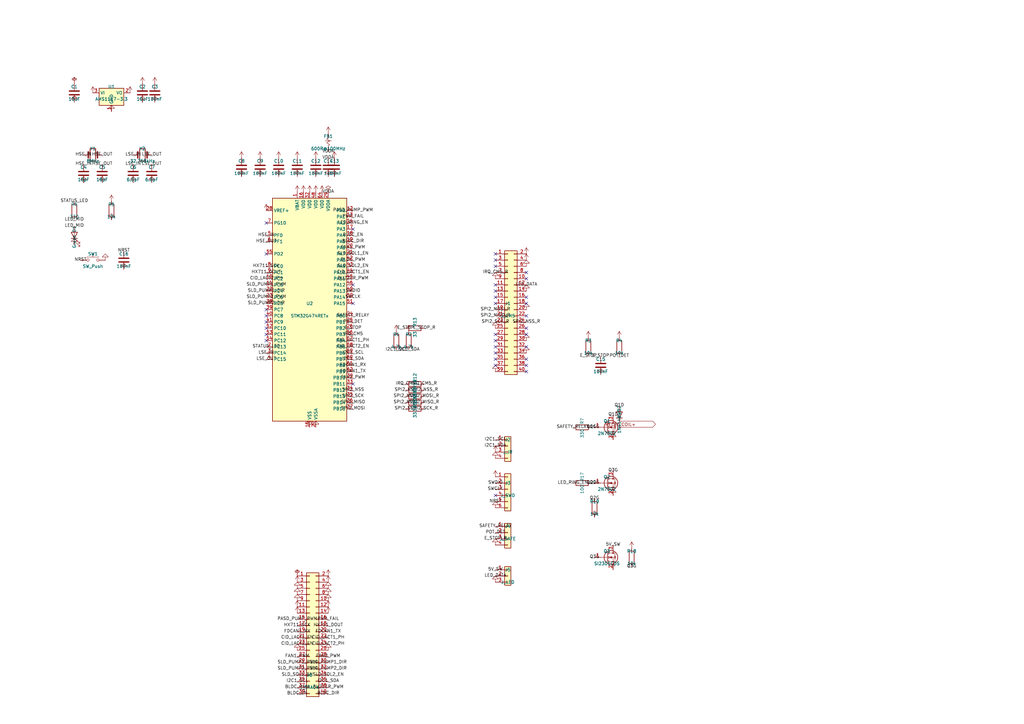
<source format=kicad_sch>
(kicad_sch (version 20250114) (generator "eeschema") (generator_version "9.0")
  (paper "A3")
  (title_block (title "Epicura Controller Board") (date "2026-02-21") (rev "4.1") (company "Epicura / Designed by Cyber_Lord"))
  (lib_symbols
    (symbol "Connector_Generic:Conn_01x02" (pin_names (offset 1.016) (hide yes))
      (property "Reference" "J" (at 0 2.54 0))
      (property "Value" "Conn_01x02" (at 0 -5.08 0))
      (symbol "Conn_01x02_1_1"
        (pin passive line (at -5.08 0 0) (length 3.81) (name "Pin_1") (number "1"))
        (pin passive line (at -5.08 -2.54 0) (length 3.81) (name "Pin_2") (number "2"))
      )
    )
    (symbol "Connector_Generic:Conn_01x03" (pin_names (offset 1.016) (hide yes))
      (property "Reference" "J" (at 0 5.08 0))
      (property "Value" "Conn_01x03" (at 0 -5.08 0))
      (symbol "Conn_01x03_1_1"
        (pin passive line (at -5.08 2.54 0) (length 3.81) (name "Pin_1") (number "1"))
        (pin passive line (at -5.08 0 0) (length 3.81) (name "Pin_2") (number "2"))
        (pin passive line (at -5.08 -2.54 0) (length 3.81) (name "Pin_3") (number "3"))
      )
    )
    (symbol "Connector_Generic:Conn_01x04" (pin_names (offset 1.016) (hide yes))
      (property "Reference" "J" (at 0 5.08 0))
      (property "Value" "Conn_01x04" (at 0 -7.62 0))
      (symbol "Conn_01x04_1_1"
        (pin passive line (at -5.08 2.54 0) (length 3.81) (name "Pin_1") (number "1"))
        (pin passive line (at -5.08 0 0) (length 3.81) (name "Pin_2") (number "2"))
        (pin passive line (at -5.08 -2.54 0) (length 3.81) (name "Pin_3") (number "3"))
        (pin passive line (at -5.08 -5.08 0) (length 3.81) (name "Pin_4") (number "4"))
      )
    )
    (symbol "Connector_Generic:Conn_01x06" (pin_names (offset 1.016) (hide yes))
      (property "Reference" "J" (at 0 7.62 0))
      (property "Value" "Conn_01x06" (at 0 -10.16 0))
      (symbol "Conn_01x06_1_1"
        (pin passive line (at -5.08 5.08 0) (length 3.81) (name "Pin_1") (number "1"))
        (pin passive line (at -5.08 2.54 0) (length 3.81) (name "Pin_2") (number "2"))
        (pin passive line (at -5.08 0 0) (length 3.81) (name "Pin_3") (number "3"))
        (pin passive line (at -5.08 -2.54 0) (length 3.81) (name "Pin_4") (number "4"))
        (pin passive line (at -5.08 -5.08 0) (length 3.81) (name "Pin_5") (number "5"))
        (pin passive line (at -5.08 -7.62 0) (length 3.81) (name "Pin_6") (number "6"))
      )
    )
    (symbol "Connector_Generic:Conn_02x05_Odd_Even" (pin_names (offset 1.02) (hide yes))
      (property "Reference" "J" (at 0 0 0))
      (property "Value" "Conn_02x05" (at 0 -2.54 0))
      (symbol "Conn_02x05_Odd_Even_1_1"
        (pin passive line (at -5.08 5.08 0) (length 3.81) (name "Pin_1") (number "1"))
        (pin passive line (at -5.08 2.54 0) (length 3.81) (name "Pin_3") (number "3"))
        (pin passive line (at -5.08 0 0) (length 3.81) (name "Pin_5") (number "5"))
        (pin passive line (at -5.08 -2.54 0) (length 3.81) (name "Pin_7") (number "7"))
        (pin passive line (at -5.08 -5.08 0) (length 3.81) (name "Pin_9") (number "9"))
        (pin passive line (at 7.62 5.08 180) (length 3.81) (name "Pin_2") (number "2"))
        (pin passive line (at 7.62 2.54 180) (length 3.81) (name "Pin_4") (number "4"))
        (pin passive line (at 7.62 0 180) (length 3.81) (name "Pin_6") (number "6"))
        (pin passive line (at 7.62 -2.54 180) (length 3.81) (name "Pin_8") (number "8"))
        (pin passive line (at 7.62 -5.08 180) (length 3.81) (name "Pin_10") (number "10"))
      )
    )
    (symbol "Connector_Generic:Conn_02x20_Odd_Even" (pin_names (offset 1.016) (hide yes))
      (property "Reference" "J" (at 1.27 25.4 0))
      (property "Value" "Conn_02x20_Odd_Even" (at 1.27 -27.94 0))
      (symbol "Conn_02x20_Odd_Even_1_1"
        (pin passive line (at -5.08 22.86 0) (length 3.81) (name "Pin_1") (number "1"))
        (pin passive line (at -5.08 20.32 0) (length 3.81) (name "Pin_3") (number "3"))
        (pin passive line (at -5.08 17.78 0) (length 3.81) (name "Pin_5") (number "5"))
        (pin passive line (at -5.08 15.24 0) (length 3.81) (name "Pin_7") (number "7"))
        (pin passive line (at -5.08 12.7 0) (length 3.81) (name "Pin_9") (number "9"))
        (pin passive line (at -5.08 10.16 0) (length 3.81) (name "Pin_11") (number "11"))
        (pin passive line (at -5.08 7.62 0) (length 3.81) (name "Pin_13") (number "13"))
        (pin passive line (at -5.08 5.08 0) (length 3.81) (name "Pin_15") (number "15"))
        (pin passive line (at -5.08 2.54 0) (length 3.81) (name "Pin_17") (number "17"))
        (pin passive line (at -5.08 0 0) (length 3.81) (name "Pin_19") (number "19"))
        (pin passive line (at -5.08 -2.54 0) (length 3.81) (name "Pin_21") (number "21"))
        (pin passive line (at -5.08 -5.08 0) (length 3.81) (name "Pin_23") (number "23"))
        (pin passive line (at -5.08 -7.62 0) (length 3.81) (name "Pin_25") (number "25"))
        (pin passive line (at -5.08 -10.16 0) (length 3.81) (name "Pin_27") (number "27"))
        (pin passive line (at -5.08 -12.7 0) (length 3.81) (name "Pin_29") (number "29"))
        (pin passive line (at -5.08 -15.24 0) (length 3.81) (name "Pin_31") (number "31"))
        (pin passive line (at -5.08 -17.78 0) (length 3.81) (name "Pin_33") (number "33"))
        (pin passive line (at -5.08 -20.32 0) (length 3.81) (name "Pin_35") (number "35"))
        (pin passive line (at -5.08 -22.86 0) (length 3.81) (name "Pin_37") (number "37"))
        (pin passive line (at -5.08 -25.4 0) (length 3.81) (name "Pin_39") (number "39"))
        (pin passive line (at 7.62 22.86 180) (length 3.81) (name "Pin_2") (number "2"))
        (pin passive line (at 7.62 20.32 180) (length 3.81) (name "Pin_4") (number "4"))
        (pin passive line (at 7.62 17.78 180) (length 3.81) (name "Pin_6") (number "6"))
        (pin passive line (at 7.62 15.24 180) (length 3.81) (name "Pin_8") (number "8"))
        (pin passive line (at 7.62 12.7 180) (length 3.81) (name "Pin_10") (number "10"))
        (pin passive line (at 7.62 10.16 180) (length 3.81) (name "Pin_12") (number "12"))
        (pin passive line (at 7.62 7.62 180) (length 3.81) (name "Pin_14") (number "14"))
        (pin passive line (at 7.62 5.08 180) (length 3.81) (name "Pin_16") (number "16"))
        (pin passive line (at 7.62 2.54 180) (length 3.81) (name "Pin_18") (number "18"))
        (pin passive line (at 7.62 0 180) (length 3.81) (name "Pin_20") (number "20"))
        (pin passive line (at 7.62 -2.54 180) (length 3.81) (name "Pin_22") (number "22"))
        (pin passive line (at 7.62 -5.08 180) (length 3.81) (name "Pin_24") (number "24"))
        (pin passive line (at 7.62 -7.62 180) (length 3.81) (name "Pin_26") (number "26"))
        (pin passive line (at 7.62 -10.16 180) (length 3.81) (name "Pin_28") (number "28"))
        (pin passive line (at 7.62 -12.7 180) (length 3.81) (name "Pin_30") (number "30"))
        (pin passive line (at 7.62 -15.24 180) (length 3.81) (name "Pin_32") (number "32"))
        (pin passive line (at 7.62 -17.78 180) (length 3.81) (name "Pin_34") (number "34"))
        (pin passive line (at 7.62 -20.32 180) (length 3.81) (name "Pin_36") (number "36"))
        (pin passive line (at 7.62 -22.86 180) (length 3.81) (name "Pin_38") (number "38"))
        (pin passive line (at 7.62 -25.4 180) (length 3.81) (name "Pin_40") (number "40"))
      )
    )
    (symbol "Device:C" (pin_numbers (hide yes)) (pin_names (offset 0.254))
      (property "Reference" "C" (at 0.635 2.54 0))
      (property "Value" "C" (at 0.635 -2.54 0))
      (symbol "C_1_1"
        (pin passive line (at 0 3.81 270) (length 2.794) (name "~") (number "1"))
        (pin passive line (at 0 -3.81 90) (length 2.794) (name "~") (number "2"))
      )
    )
    (symbol "Device:Crystal" (pin_numbers (hide yes)) (pin_names (offset 1.016) (hide yes))
      (property "Reference" "Y" (at 0 3.81 0))
      (property "Value" "Crystal" (at 0 -3.81 0))
      (symbol "Crystal_1_1"
        (pin passive line (at -3.81 0 0) (length 1.27) (name "1") (number "1"))
        (pin passive line (at 3.81 0 180) (length 1.27) (name "2") (number "2"))
      )
    )
    (symbol "Device:FerriteBead" (pin_numbers (hide yes)) (pin_names (offset 1.02) (hide yes))
      (property "Reference" "FB" (at 0 0 0))
      (property "Value" "FerriteBead" (at 0 -2.54 0))
      (symbol "FerriteBead_1_1"
        (pin passive line (at 0 3.81 270) (length 1.27) (name "~") (number "1"))
        (pin passive line (at 0 -3.81 90) (length 1.27) (name "~") (number "2"))
      )
    )
    (symbol "Device:LED" (pin_numbers (hide yes)) (pin_names (offset 1.016) (hide yes))
      (property "Reference" "D" (at 0 2.54 0))
      (property "Value" "LED" (at 0 -2.54 0))
      (symbol "LED_1_1"
        (pin passive line (at -3.81 0 0) (length 2.54) (name "K") (number "1"))
        (pin passive line (at 3.81 0 180) (length 2.54) (name "A") (number "2"))
      )
    )
    (symbol "Device:R" (pin_numbers (hide yes)) (pin_names (offset 0))
      (property "Reference" "R" (at 2.032 0 90))
      (property "Value" "R" (at 0 0 90))
      (symbol "R_1_1"
        (pin passive line (at 0 3.81 270) (length 1.27) (name "~") (number "1"))
        (pin passive line (at 0 -3.81 90) (length 1.27) (name "~") (number "2"))
      )
    )
    (symbol "Diode:1N4148WS" (pin_numbers (hide yes)) (pin_names (hide yes))
      (property "Reference" "D" (at 0 2.54 0))
      (property "Value" "1N4148WS" (at 0 -2.54 0))
      (symbol "1N4148WS_1_1"
        (pin passive line (at -3.81 0 0) (length 2.54) (name "K") (number "1"))
        (pin passive line (at 3.81 0 180) (length 2.54) (name "A") (number "2"))
      )
    )
    (symbol "Interface_CAN_LIN:SN65HVD230" (pin_names (offset 1.016))
      (property "Reference" "U" (at -2.54 10.16 0))
      (property "Value" "SN65HVD230" (at -2.54 7.62 0))
      (symbol "SN65HVD230_1_1"
        (pin input line (at -10.16 2.54 0) (length 2.54) (name "D") (number "1"))
        (pin output line (at -10.16 0 0) (length 2.54) (name "R") (number "4"))
        (pin output line (at -10.16 -2.54 0) (length 2.54) (name "Vref") (number "5"))
        (pin input line (at -10.16 -5.08 0) (length 2.54) (name "Rs") (number "8"))
        (pin power_in line (at 0 7.62 270) (length 2.54) (name "VCC") (number "3"))
        (pin power_in line (at 0 -10.16 90) (length 2.54) (name "GND") (number "2"))
        (pin bidirectional line (at 10.16 0 180) (length 2.54) (name "CANH") (number "7"))
        (pin bidirectional line (at 10.16 -2.54 180) (length 2.54) (name "CANL") (number "6"))
      )
    )
    (symbol "MCU_ST_STM32G4:STM32G474RETx"
      (property "Reference" "U" (at -15.24 46.99 0))
      (property "Value" "STM32G474RETx" (at 10.16 46.99 0))
      (symbol "STM32G474RETx_1_1"
        (pin input line (at -17.78 40.64 0) (length 2.54) (name "VREF+") (number "28"))
        (pin bidirectional line (at -17.78 35.56 0) (length 2.54) (name "PG10") (number "7"))
        (pin bidirectional line (at -17.78 30.48 0) (length 2.54) (name "PF0") (number "5"))
        (pin bidirectional line (at -17.78 27.94 0) (length 2.54) (name "PF1") (number "6"))
        (pin bidirectional line (at -17.78 22.86 0) (length 2.54) (name "PD2") (number "55"))
        (pin bidirectional line (at -17.78 17.78 0) (length 2.54) (name "PC0") (number "8"))
        (pin bidirectional line (at -17.78 15.24 0) (length 2.54) (name "PC1") (number "9"))
        (pin bidirectional line (at -17.78 12.7 0) (length 2.54) (name "PC2") (number "10"))
        (pin bidirectional line (at -17.78 10.16 0) (length 2.54) (name "PC3") (number "11"))
        (pin bidirectional line (at -17.78 7.62 0) (length 2.54) (name "PC4") (number "22"))
        (pin bidirectional line (at -17.78 5.08 0) (length 2.54) (name "PC5") (number "23"))
        (pin bidirectional line (at -17.78 2.54 0) (length 2.54) (name "PC6") (number "38"))
        (pin bidirectional line (at -17.78 0 0) (length 2.54) (name "PC7") (number "39"))
        (pin bidirectional line (at -17.78 -2.54 0) (length 2.54) (name "PC8") (number "40"))
        (pin bidirectional line (at -17.78 -5.08 0) (length 2.54) (name "PC9") (number "41"))
        (pin bidirectional line (at -17.78 -7.62 0) (length 2.54) (name "PC10") (number "52"))
        (pin bidirectional line (at -17.78 -10.16 0) (length 2.54) (name "PC11") (number "53"))
        (pin bidirectional line (at -17.78 -12.7 0) (length 2.54) (name "PC12") (number "54"))
        (pin bidirectional line (at -17.78 -15.24 0) (length 2.54) (name "PC13") (number "2"))
        (pin bidirectional line (at -17.78 -17.78 0) (length 2.54) (name "PC14") (number "3"))
        (pin bidirectional line (at -17.78 -20.32 0) (length 2.54) (name "PC15") (number "4"))
        (pin power_in line (at -5.08 48.26 270) (length 2.54) (name "VBAT") (number "1"))
        (pin power_in line (at -2.54 48.26 270) (length 2.54) (name "VDD") (number "16"))
        (pin power_in line (at 0 48.26 270) (length 2.54) (name "VDD") (number "32"))
        (pin power_in line (at 0 -48.26 90) (length 2.54) (name "VSS") (number "15"))
        (pin passive line (at 0 -48.26 90) (length 2.54) (hide yes) (name "VSS") (number "31"))
        (pin passive line (at 0 -48.26 90) (length 2.54) (hide yes) (name "VSS") (number "47"))
        (pin passive line (at 0 -48.26 90) (length 2.54) (hide yes) (name "VSS") (number "63"))
        (pin power_in line (at 2.54 48.26 270) (length 2.54) (name "VDD") (number "48"))
        (pin power_in line (at 2.54 -48.26 90) (length 2.54) (name "VSSA") (number "27"))
        (pin power_in line (at 5.08 48.26 270) (length 2.54) (name "VDD") (number "64"))
        (pin power_in line (at 7.62 48.26 270) (length 2.54) (name "VDDA") (number "29"))
        (pin bidirectional line (at 17.78 40.64 180) (length 2.54) (name "PA0") (number "12"))
        (pin bidirectional line (at 17.78 38.1 180) (length 2.54) (name "PA1") (number "13"))
        (pin bidirectional line (at 17.78 35.56 180) (length 2.54) (name "PA2") (number "14"))
        (pin bidirectional line (at 17.78 33.02 180) (length 2.54) (name "PA3") (number "17"))
        (pin bidirectional line (at 17.78 30.48 180) (length 2.54) (name "PA4") (number "18"))
        (pin bidirectional line (at 17.78 27.94 180) (length 2.54) (name "PA5") (number "19"))
        (pin bidirectional line (at 17.78 25.4 180) (length 2.54) (name "PA6") (number "20"))
        (pin bidirectional line (at 17.78 22.86 180) (length 2.54) (name "PA7") (number "21"))
        (pin bidirectional line (at 17.78 20.32 180) (length 2.54) (name "PA8") (number "42"))
        (pin bidirectional line (at 17.78 17.78 180) (length 2.54) (name "PA9") (number "43"))
        (pin bidirectional line (at 17.78 15.24 180) (length 2.54) (name "PA10") (number "44"))
        (pin bidirectional line (at 17.78 12.7 180) (length 2.54) (name "PA11") (number "45"))
        (pin bidirectional line (at 17.78 10.16 180) (length 2.54) (name "PA12") (number "46"))
        (pin bidirectional line (at 17.78 7.62 180) (length 2.54) (name "PA13") (number "49"))
        (pin bidirectional line (at 17.78 5.08 180) (length 2.54) (name "PA14") (number "50"))
        (pin bidirectional line (at 17.78 2.54 180) (length 2.54) (name "PA15") (number "51"))
        (pin bidirectional line (at 17.78 -2.54 180) (length 2.54) (name "PB0") (number "24"))
        (pin bidirectional line (at 17.78 -5.08 180) (length 2.54) (name "PB1") (number "25"))
        (pin bidirectional line (at 17.78 -7.62 180) (length 2.54) (name "PB2") (number "26"))
        (pin bidirectional line (at 17.78 -10.16 180) (length 2.54) (name "PB3") (number "56"))
        (pin bidirectional line (at 17.78 -12.7 180) (length 2.54) (name "PB4") (number "57"))
        (pin bidirectional line (at 17.78 -15.24 180) (length 2.54) (name "PB5") (number "58"))
        (pin bidirectional line (at 17.78 -17.78 180) (length 2.54) (name "PB6") (number "59"))
        (pin bidirectional line (at 17.78 -20.32 180) (length 2.54) (name "PB7") (number "60"))
        (pin bidirectional line (at 17.78 -22.86 180) (length 2.54) (name "PB8") (number "61"))
        (pin bidirectional line (at 17.78 -25.4 180) (length 2.54) (name "PB9") (number "62"))
        (pin bidirectional line (at 17.78 -27.94 180) (length 2.54) (name "PB10") (number "30"))
        (pin bidirectional line (at 17.78 -30.48 180) (length 2.54) (name "PB11") (number "33"))
        (pin bidirectional line (at 17.78 -33.02 180) (length 2.54) (name "PB12") (number "34"))
        (pin bidirectional line (at 17.78 -35.56 180) (length 2.54) (name "PB13") (number "35"))
        (pin bidirectional line (at 17.78 -38.1 180) (length 2.54) (name "PB14") (number "36"))
        (pin bidirectional line (at 17.78 -40.64 180) (length 2.54) (name "PB15") (number "37"))
      )
    )
    (symbol "Regulator_Linear:AMS1117-3.3"
      (property "Reference" "U" (at -3.81 3.175 0))
      (property "Value" "AMS1117-3.3" (at 0 3.175 0))
      (symbol "AMS1117-3.3_1_1"
        (pin power_in line (at -7.62 0 0) (length 2.54) (name "VI") (number "3"))
        (pin power_in line (at 0 -7.62 90) (length 2.54) (name "GND") (number "1"))
        (pin power_out line (at 7.62 0 180) (length 2.54) (name "VO") (number "2"))
      )
    )
    (symbol "Switch:SW_Push" (pin_numbers (hide yes)) (pin_names (offset 1.016) (hide yes))
      (property "Reference" "SW" (at 1.27 2.54 0))
      (property "Value" "SW_Push" (at 0 -1.524 0))
      (symbol "SW_Push_0_1"
        (pin passive line (at -5.08 0 0) (length 2.54) (name "1") (number "1"))
        (pin passive line (at 5.08 0 180) (length 2.54) (name "2") (number "2"))
      )
    )
    (symbol "Transistor_FET:2N7002" (pin_names (offset 0) (hide yes))
      (property "Reference" "Q" (at 5.08 1.905 0))
      (property "Value" "2N7002" (at 5.08 0 0))
      (symbol "2N7002_1_1"
        (pin input line (at -5.08 0 0) (length 2.54) (name "G") (number "1"))
        (pin passive line (at 2.54 5.08 270) (length 2.54) (name "D") (number "3"))
        (pin passive line (at 2.54 -5.08 90) (length 2.54) (name "S") (number "2"))
      )
    )
    (symbol "power:+24V" (power) (pin_numbers (hide yes)) (pin_names (offset 0) (hide yes))
      (property "Value" "+24V" (at 0 3.556 0))
      (symbol "+24V_1_1"
        (pin power_in line (at 0 0 90) (length 0) (name "~") (number "1"))
      )
    )
    (symbol "power:+3V3" (power) (pin_numbers (hide yes)) (pin_names (offset 0) (hide yes))
      (property "Value" "+3V3" (at 0 3.556 0))
      (symbol "+3V3_1_1"
        (pin power_in line (at 0 0 90) (length 0) (name "~") (number "1"))
      )
    )
    (symbol "power:+5V" (power) (pin_numbers (hide yes)) (pin_names (offset 0) (hide yes))
      (property "Value" "+5V" (at 0 3.556 0))
      (symbol "+5V_1_1"
        (pin power_in line (at 0 0 90) (length 0) (name "~") (number "1"))
      )
    )
    (symbol "power:GND" (power) (pin_numbers (hide yes)) (pin_names (offset 0) (hide yes))
      (property "Value" "GND" (at 0 -3.81 0))
      (symbol "GND_1_1"
        (pin power_in line (at 0 0 270) (length 0) (name "~") (number "1"))
      )
    )
    (symbol "power:PWR_FLAG" (power) (pin_numbers (hide yes)) (pin_names (offset 0) (hide yes))
      (property "Value" "PWR_FLAG" (at 0 3.81 0))
      (symbol "PWR_FLAG_0_0"
        (pin power_out line (at 0 0 90) (length 0) (name "~") (number "1"))
      )
    )
  )
  (symbol (lib_id "MCU_ST_STM32G4:STM32G474RETx") (at 127.0 127.0 0) (unit 1)
    (property "Reference" "U2" (at 127.0 124.46 0))
    (property "Value" "STM32G474RETx" (at 127.0 129.54 0))
    (property "Footprint" "Package_QFP:LQFP-64_10x10mm_P0.5mm" (effects (hide yes)))
  )
  (symbol (lib_id "Regulator_Linear:AMS1117-3.3") (at 45.72 38.1 0) (unit 1)
    (property "Reference" "U1" (at 45.72 35.56 0))
    (property "Value" "AMS1117-3.3" (at 45.72 40.64 0))
    (property "Footprint" "Package_TO_SOT_SMD:SOT-223-3_TabPin2" (effects (hide yes)))
  )
  (symbol (lib_id "Device:C") (at 30.48 38.1 0) (unit 1)
    (property "Reference" "C1" (at 30.48 35.56 0))
    (property "Value" "10uF" (at 30.48 40.64 0))
    (property "Footprint" "Capacitor_SMD:C_0805_2012Metric" (effects (hide yes)))
  )
  (symbol (lib_id "Device:C") (at 58.42 38.1 0) (unit 1)
    (property "Reference" "C2" (at 58.42 35.56 0))
    (property "Value" "10uF" (at 58.42 40.64 0))
    (property "Footprint" "Capacitor_SMD:C_0805_2012Metric" (effects (hide yes)))
  )
  (symbol (lib_id "Device:C") (at 63.5 38.1 0) (unit 1)
    (property "Reference" "C3" (at 63.5 35.56 0))
    (property "Value" "100nF" (at 63.5 40.64 0))
    (property "Footprint" "Capacitor_SMD:C_0402_1005Metric" (effects (hide yes)))
  )
  (symbol (lib_id "Device:Crystal") (at 38.1 63.5 0) (unit 1)
    (property "Reference" "Y1" (at 38.1 60.96 0))
    (property "Value" "8MHz" (at 38.1 66.04 0))
    (property "Footprint" "Crystal:Crystal_SMD_HC49-SD" (effects (hide yes)))
  )
  (symbol (lib_id "Device:C") (at 34.29 71.12 0) (unit 1)
    (property "Reference" "C4" (at 34.29 68.58 0))
    (property "Value" "18pF" (at 34.29 73.66000000000001 0))
    (property "Footprint" "Capacitor_SMD:C_0402_1005Metric" (effects (hide yes)))
  )
  (symbol (lib_id "Device:C") (at 41.91 71.12 0) (unit 1)
    (property "Reference" "C5" (at 41.91 68.58 0))
    (property "Value" "18pF" (at 41.91 73.66000000000001 0))
    (property "Footprint" "Capacitor_SMD:C_0402_1005Metric" (effects (hide yes)))
  )
  (symbol (lib_id "Device:Crystal") (at 58.42 63.5 0) (unit 1)
    (property "Reference" "Y2" (at 58.42 60.96 0))
    (property "Value" "32.768kHz" (at 58.42 66.04 0))
    (property "Footprint" "Crystal:Crystal_SMD_2012-2Pin_2.0x1.2mm" (effects (hide yes)))
  )
  (symbol (lib_id "Device:C") (at 54.61 71.12 0) (unit 1)
    (property "Reference" "C6" (at 54.61 68.58 0))
    (property "Value" "6.8pF" (at 54.61 73.66000000000001 0))
    (property "Footprint" "Capacitor_SMD:C_0402_1005Metric" (effects (hide yes)))
  )
  (symbol (lib_id "Device:C") (at 62.23 71.12 0) (unit 1)
    (property "Reference" "C7" (at 62.23 68.58 0))
    (property "Value" "6.8pF" (at 62.23 73.66000000000001 0))
    (property "Footprint" "Capacitor_SMD:C_0402_1005Metric" (effects (hide yes)))
  )
  (symbol (lib_id "Device:R") (at 30.48 86.36 0) (unit 1)
    (property "Reference" "R6" (at 30.48 83.82 0))
    (property "Value" "330" (at 30.48 88.9 0))
    (property "Footprint" "Resistor_SMD:R_0402_1005Metric" (effects (hide yes)))
  )
  (symbol (lib_id "Device:LED") (at 30.48 96.52 90) (unit 1)
    (property "Reference" "D1" (at 30.48 93.97999999999999 0))
    (property "Value" "Green" (at 30.48 99.06 0))
    (property "Footprint" "LED_SMD:LED_0603_1608Metric" (effects (hide yes)))
  )
  (symbol (lib_id "Device:R") (at 45.72 86.36 0) (unit 1)
    (property "Reference" "R5" (at 45.72 83.82 0))
    (property "Value" "10k" (at 45.72 88.9 0))
    (property "Footprint" "Resistor_SMD:R_0402_1005Metric" (effects (hide yes)))
  )
  (symbol (lib_id "Switch:SW_Push") (at 38.1 106.68 0) (unit 1)
    (property "Reference" "SW1" (at 38.1 104.14 0))
    (property "Value" "SW_Push" (at 38.1 109.22000000000001 0))
    (property "Footprint" "Button_Switch_SMD:SW_SPST_TL3342" (effects (hide yes)))
  )
  (symbol (lib_id "Device:C") (at 50.8 106.68 0) (unit 1)
    (property "Reference" "C16" (at 50.8 104.14 0))
    (property "Value" "100nF" (at 50.8 109.22000000000001 0))
    (property "Footprint" "Capacitor_SMD:C_0402_1005Metric" (effects (hide yes)))
  )
  (symbol (lib_id "Device:C") (at 99.06 68.58 0) (unit 1)
    (property "Reference" "C8" (at 99.06 66.03999999999999 0))
    (property "Value" "100nF" (at 99.06 71.12 0))
    (property "Footprint" "Capacitor_SMD:C_0402_1005Metric" (effects (hide yes)))
  )
  (symbol (lib_id "Device:C") (at 106.68 68.58 0) (unit 1)
    (property "Reference" "C9" (at 106.68 66.03999999999999 0))
    (property "Value" "100nF" (at 106.68 71.12 0))
    (property "Footprint" "Capacitor_SMD:C_0402_1005Metric" (effects (hide yes)))
  )
  (symbol (lib_id "Device:C") (at 114.3 68.58 0) (unit 1)
    (property "Reference" "C10" (at 114.3 66.03999999999999 0))
    (property "Value" "100nF" (at 114.3 71.12 0))
    (property "Footprint" "Capacitor_SMD:C_0402_1005Metric" (effects (hide yes)))
  )
  (symbol (lib_id "Device:C") (at 121.92 68.58 0) (unit 1)
    (property "Reference" "C11" (at 121.92 66.03999999999999 0))
    (property "Value" "100nF" (at 121.92 71.12 0))
    (property "Footprint" "Capacitor_SMD:C_0402_1005Metric" (effects (hide yes)))
  )
  (symbol (lib_id "Device:C") (at 129.54 68.58 0) (unit 1)
    (property "Reference" "C12" (at 129.54 66.03999999999999 0))
    (property "Value" "100nF" (at 129.54 71.12 0))
    (property "Footprint" "Capacitor_SMD:C_0402_1005Metric" (effects (hide yes)))
  )
  (symbol (lib_id "Device:C") (at 137.16 68.58 0) (unit 1)
    (property "Reference" "C13" (at 137.16 66.03999999999999 0))
    (property "Value" "100nF" (at 137.16 71.12 0))
    (property "Footprint" "Capacitor_SMD:C_0402_1005Metric" (effects (hide yes)))
  )
  (symbol (lib_id "Device:C") (at 134.62 68.58 0) (unit 1)
    (property "Reference" "C14" (at 134.62 66.03999999999999 0))
    (property "Value" "1uF" (at 134.62 71.12 0))
    (property "Footprint" "Capacitor_SMD:C_0402_1005Metric" (effects (hide yes)))
  )
  (symbol (lib_id "Device:FerriteBead") (at 134.62 58.42 0) (unit 1)
    (property "Reference" "FB1" (at 134.62 55.88 0))
    (property "Value" "600R@100MHz" (at 134.62 60.96 0))
    (property "Footprint" "Inductor_SMD:L_0603_1608Metric" (effects (hide yes)))
  )
  (symbol (lib_id "Device:R") (at 162.56 139.7 0) (unit 1)
    (property "Reference" "R1" (at 162.56 137.16 0))
    (property "Value" "4.7k" (at 162.56 142.23999999999998 0))
    (property "Footprint" "Resistor_SMD:R_0402_1005Metric" (effects (hide yes)))
  )
  (symbol (lib_id "Device:R") (at 167.64 139.7 0) (unit 1)
    (property "Reference" "R2" (at 167.64 137.16 0))
    (property "Value" "4.7k" (at 167.64 142.23999999999998 0))
    (property "Footprint" "Resistor_SMD:R_0402_1005Metric" (effects (hide yes)))
  )
  (symbol (lib_id "Device:R") (at 170.18 162.56 90) (unit 1)
    (property "Reference" "R8" (at 170.18 160.02 0))
    (property "Value" "33" (at 170.18 165.1 0))
    (property "Footprint" "Resistor_SMD:R_0402_1005Metric" (effects (hide yes)))
  )
  (symbol (lib_id "Device:R") (at 170.18 165.1 90) (unit 1)
    (property "Reference" "R9" (at 170.18 162.56 0))
    (property "Value" "33" (at 170.18 167.64 0))
    (property "Footprint" "Resistor_SMD:R_0402_1005Metric" (effects (hide yes)))
  )
  (symbol (lib_id "Device:R") (at 170.18 167.64 90) (unit 1)
    (property "Reference" "R10" (at 170.18 165.1 0))
    (property "Value" "33" (at 170.18 170.17999999999998 0))
    (property "Footprint" "Resistor_SMD:R_0402_1005Metric" (effects (hide yes)))
  )
  (symbol (lib_id "Device:R") (at 170.18 160.02 90) (unit 1)
    (property "Reference" "R11" (at 170.18 157.48000000000002 0))
    (property "Value" "33" (at 170.18 162.56 0))
    (property "Footprint" "Resistor_SMD:R_0402_1005Metric" (effects (hide yes)))
  )
  (symbol (lib_id "Device:R") (at 170.18 157.48 90) (unit 1)
    (property "Reference" "R12" (at 170.18 154.94 0))
    (property "Value" "33" (at 170.18 160.01999999999998 0))
    (property "Footprint" "Resistor_SMD:R_0402_1005Metric" (effects (hide yes)))
  )
  (symbol (lib_id "Device:R") (at 170.18 134.62 90) (unit 1)
    (property "Reference" "R13" (at 170.18 132.08 0))
    (property "Value" "33" (at 170.18 137.16 0))
    (property "Footprint" "Resistor_SMD:R_0402_1005Metric" (effects (hide yes)))
  )
  (symbol (lib_id "Connector_Generic:Conn_02x20_Odd_Even") (at 208.28 127.0 0) (unit 1)
    (property "Reference" "J1" (at 208.28 124.46 0))
    (property "Value" "J_CM5" (at 208.28 129.54 0))
    (property "Footprint" "Connector_PinHeader_2.54mm:PinHeader_2x20_P2.54mm_Vertical" (effects (hide yes)))
  )
  (symbol (lib_id "Connector_Generic:Conn_01x04") (at 208.28 182.88 0) (unit 1)
    (property "Reference" "J2" (at 208.28 180.34 0))
    (property "Value" "J_IR" (at 208.28 185.42 0))
    (property "Footprint" "Connector_JST:JST_SH_SM04B-SRSS-TB_1x04-1MP_P1.00mm_Horizontal" (effects (hide yes)))
  )
  (symbol (lib_id "Connector_Generic:Conn_01x06") (at 208.28 200.66 0) (unit 1)
    (property "Reference" "J3" (at 208.28 198.12 0))
    (property "Value" "J_SWD" (at 208.28 203.2 0))
    (property "Footprint" "Connector_PinHeader_1.27mm:PinHeader_1x06_P1.27mm_Vertical" (effects (hide yes)))
  )
  (symbol (lib_id "Connector_Generic:Conn_01x04") (at 208.28 218.44 0) (unit 1)
    (property "Reference" "J4" (at 208.28 215.9 0))
    (property "Value" "J_SAFE" (at 208.28 220.98 0))
    (property "Footprint" "Connector_JST:JST_XH_B4B-XH-A_1x04_P2.50mm_Vertical" (effects (hide yes)))
  )
  (symbol (lib_id "Connector_Generic:Conn_01x03") (at 208.28 236.22 0) (unit 1)
    (property "Reference" "J5" (at 208.28 233.68 0))
    (property "Value" "J_LED" (at 208.28 238.76 0))
    (property "Footprint" "Connector_JST:JST_XH_B3B-XH-A_1x03_P2.50mm_Vertical" (effects (hide yes)))
  )
  (symbol (lib_id "Connector_Generic:Conn_02x20_Odd_Even") (at 127.0 259.08 0) (unit 1)
    (property "Reference" "J6" (at 127.0 276.85999999999996 0))
    (property "Value" "J_STACK" (at 127.0 281.94 0))
    (property "Footprint" "Connector_PinHeader_2.54mm:PinHeader_2x20_P2.54mm_Vertical" (effects (hide yes)))
  )
  (symbol (lib_id "Transistor_FET:2N7002") (at 248.92 175.26 0) (unit 1)
    (property "Reference" "Q1" (at 248.92 172.72 0))
    (property "Value" "2N7002" (at 248.92 177.79999999999998 0))
    (property "Footprint" "Package_TO_SOT_SMD:SOT-23" (effects (hide yes)))
  )
  (symbol (lib_id "Device:R") (at 238.76 175.26 90) (unit 1)
    (property "Reference" "R7" (at 238.76 172.72 0))
    (property "Value" "330" (at 238.76 177.79999999999998 0))
    (property "Footprint" "Resistor_SMD:R_0402_1005Metric" (effects (hide yes)))
  )
  (symbol (lib_id "Diode:1N4148WS") (at 254 170.18 90) (unit 1)
    (property "Reference" "D2" (at 254 167.64000000000001 0))
    (property "Value" "1N4148WS" (at 254 172.72 0))
    (property "Footprint" "Diode_SMD:D_SOD-323" (effects (hide yes)))
  )
  (symbol (lib_id "Transistor_FET:2N7002") (at 248.92 198.12 0) (unit 1)
    (property "Reference" "Q2" (at 248.92 195.58 0))
    (property "Value" "2N7002" (at 248.92 200.66 0))
    (property "Footprint" "Package_TO_SOT_SMD:SOT-23" (effects (hide yes)))
  )
  (symbol (lib_id "Device:R") (at 238.76 198.12 90) (unit 1)
    (property "Reference" "R17" (at 238.76 195.58 0))
    (property "Value" "100" (at 238.76 200.66 0))
    (property "Footprint" "Resistor_SMD:R_0402_1005Metric" (effects (hide yes)))
  )
  (symbol (lib_id "Device:R") (at 243.84 208.28 0) (unit 1)
    (property "Reference" "R19" (at 243.84 205.74 0))
    (property "Value" "10k" (at 243.84 210.82 0))
    (property "Footprint" "Resistor_SMD:R_0402_1005Metric" (effects (hide yes)))
  )
  (symbol (lib_id "Transistor_FET:2N7002") (at 248.92 228.6 0) (unit 1)
    (property "Reference" "Q3" (at 248.92 226.06 0))
    (property "Value" "SI2301CDS" (at 248.92 231.14 0))
    (property "Footprint" "Package_TO_SOT_SMD:SOT-23" (effects (hide yes)))
  )
  (symbol (lib_id "Device:R") (at 259.08 228.6 0) (unit 1)
    (property "Reference" "R18" (at 259.08 226.06 0))
    (property "Value" "10k" (at 259.08 231.14 0))
    (property "Footprint" "Resistor_SMD:R_0402_1005Metric" (effects (hide yes)))
  )
  (symbol (lib_id "Device:R") (at 241.3 142.24 0) (unit 1)
    (property "Reference" "R3" (at 241.3 139.70000000000002 0))
    (property "Value" "10k" (at 241.3 144.78 0))
    (property "Footprint" "Resistor_SMD:R_0402_1005Metric" (effects (hide yes)))
  )
  (symbol (lib_id "Device:C") (at 246.38 149.86 0) (unit 1)
    (property "Reference" "C15" (at 246.38 147.32000000000002 0))
    (property "Value" "100nF" (at 246.38 152.4 0))
    (property "Footprint" "Capacitor_SMD:C_0402_1005Metric" (effects (hide yes)))
  )
  (symbol (lib_id "Device:R") (at 254 142.24 0) (unit 1)
    (property "Reference" "R4" (at 254 139.70000000000002 0))
    (property "Value" "10k" (at 254 144.78 0))
    (property "Footprint" "Resistor_SMD:R_0402_1005Metric" (effects (hide yes)))
  )
  (symbol (lib_id "power:+3V3") (at 121.92 78.74 0) (unit 1) (in_bom no)
    (property "Reference" "#PWR0001" (effects (hide yes)))
    (property "Value" "+3V3" (effects (hide yes)))
  )
  (symbol (lib_id "power:+3V3") (at 124.46 78.74 0) (unit 1) (in_bom no)
    (property "Reference" "#PWR0002" (effects (hide yes)))
    (property "Value" "+3V3" (effects (hide yes)))
  )
  (symbol (lib_id "power:+3V3") (at 127.0 78.74 0) (unit 1) (in_bom no)
    (property "Reference" "#PWR0003" (effects (hide yes)))
    (property "Value" "+3V3" (effects (hide yes)))
  )
  (symbol (lib_id "power:+3V3") (at 129.54 78.74 0) (unit 1) (in_bom no)
    (property "Reference" "#PWR0004" (effects (hide yes)))
    (property "Value" "+3V3" (effects (hide yes)))
  )
  (symbol (lib_id "power:+3V3") (at 132.08 78.74 0) (unit 1) (in_bom no)
    (property "Reference" "#PWR0005" (effects (hide yes)))
    (property "Value" "+3V3" (effects (hide yes)))
  )
  (symbol (lib_id "power:GND") (at 127.0 175.26 180) (unit 1) (in_bom no)
    (property "Reference" "#PWR0006" (effects (hide yes)))
    (property "Value" "GND" (effects (hide yes)))
  )
  (symbol (lib_id "power:GND") (at 129.54 175.26 180) (unit 1) (in_bom no)
    (property "Reference" "#PWR0007" (effects (hide yes)))
    (property "Value" "GND" (effects (hide yes)))
  )
  (symbol (lib_id "power:+3V3") (at 109.22 86.36 0) (unit 1) (in_bom no)
    (property "Reference" "#PWR0008" (effects (hide yes)))
    (property "Value" "+3V3" (effects (hide yes)))
  )
  (symbol (lib_id "power:+5V") (at 38.1 38.1 0) (unit 1) (in_bom no)
    (property "Reference" "#PWR0009" (effects (hide yes)))
    (property "Value" "+5V" (effects (hide yes)))
  )
  (symbol (lib_id "power:GND") (at 45.72 45.72 180) (unit 1) (in_bom no)
    (property "Reference" "#PWR0010" (effects (hide yes)))
    (property "Value" "GND" (effects (hide yes)))
  )
  (symbol (lib_id "power:+3V3") (at 53.34 38.1 0) (unit 1) (in_bom no)
    (property "Reference" "#PWR0011" (effects (hide yes)))
    (property "Value" "+3V3" (effects (hide yes)))
  )
  (symbol (lib_id "power:+5V") (at 30.48 34.29 0) (unit 1) (in_bom no)
    (property "Reference" "#PWR0012" (effects (hide yes)))
    (property "Value" "+5V" (effects (hide yes)))
  )
  (symbol (lib_id "power:GND") (at 30.48 41.91 180) (unit 1) (in_bom no)
    (property "Reference" "#PWR0013" (effects (hide yes)))
    (property "Value" "GND" (effects (hide yes)))
  )
  (symbol (lib_id "power:+3V3") (at 58.42 34.29 0) (unit 1) (in_bom no)
    (property "Reference" "#PWR0014" (effects (hide yes)))
    (property "Value" "+3V3" (effects (hide yes)))
  )
  (symbol (lib_id "power:GND") (at 58.42 41.91 180) (unit 1) (in_bom no)
    (property "Reference" "#PWR0015" (effects (hide yes)))
    (property "Value" "GND" (effects (hide yes)))
  )
  (symbol (lib_id "power:+3V3") (at 63.5 34.29 0) (unit 1) (in_bom no)
    (property "Reference" "#PWR0016" (effects (hide yes)))
    (property "Value" "+3V3" (effects (hide yes)))
  )
  (symbol (lib_id "power:GND") (at 63.5 41.91 180) (unit 1) (in_bom no)
    (property "Reference" "#PWR0017" (effects (hide yes)))
    (property "Value" "GND" (effects (hide yes)))
  )
  (symbol (lib_id "power:GND") (at 34.29 74.93 180) (unit 1) (in_bom no)
    (property "Reference" "#PWR0018" (effects (hide yes)))
    (property "Value" "GND" (effects (hide yes)))
  )
  (symbol (lib_id "power:GND") (at 41.91 74.93 180) (unit 1) (in_bom no)
    (property "Reference" "#PWR0019" (effects (hide yes)))
    (property "Value" "GND" (effects (hide yes)))
  )
  (symbol (lib_id "power:GND") (at 54.61 74.93 180) (unit 1) (in_bom no)
    (property "Reference" "#PWR0020" (effects (hide yes)))
    (property "Value" "GND" (effects (hide yes)))
  )
  (symbol (lib_id "power:GND") (at 62.23 74.93 180) (unit 1) (in_bom no)
    (property "Reference" "#PWR0021" (effects (hide yes)))
    (property "Value" "GND" (effects (hide yes)))
  )
  (symbol (lib_id "power:GND") (at 30.48 100.33 180) (unit 1) (in_bom no)
    (property "Reference" "#PWR0022" (effects (hide yes)))
    (property "Value" "GND" (effects (hide yes)))
  )
  (symbol (lib_id "power:+3V3") (at 45.72 82.55 0) (unit 1) (in_bom no)
    (property "Reference" "#PWR0023" (effects (hide yes)))
    (property "Value" "+3V3" (effects (hide yes)))
  )
  (symbol (lib_id "power:GND") (at 45.72 90.17 180) (unit 1) (in_bom no)
    (property "Reference" "#PWR0024" (effects (hide yes)))
    (property "Value" "GND" (effects (hide yes)))
  )
  (symbol (lib_id "power:GND") (at 43.18 106.68 180) (unit 1) (in_bom no)
    (property "Reference" "#PWR0025" (effects (hide yes)))
    (property "Value" "GND" (effects (hide yes)))
  )
  (symbol (lib_id "power:GND") (at 50.8 110.49 180) (unit 1) (in_bom no)
    (property "Reference" "#PWR0026" (effects (hide yes)))
    (property "Value" "GND" (effects (hide yes)))
  )
  (symbol (lib_id "power:+3V3") (at 99.06 64.77 0) (unit 1) (in_bom no)
    (property "Reference" "#PWR0027" (effects (hide yes)))
    (property "Value" "+3V3" (effects (hide yes)))
  )
  (symbol (lib_id "power:GND") (at 99.06 72.39 180) (unit 1) (in_bom no)
    (property "Reference" "#PWR0028" (effects (hide yes)))
    (property "Value" "GND" (effects (hide yes)))
  )
  (symbol (lib_id "power:+3V3") (at 106.68 64.77 0) (unit 1) (in_bom no)
    (property "Reference" "#PWR0029" (effects (hide yes)))
    (property "Value" "+3V3" (effects (hide yes)))
  )
  (symbol (lib_id "power:GND") (at 106.68 72.39 180) (unit 1) (in_bom no)
    (property "Reference" "#PWR0030" (effects (hide yes)))
    (property "Value" "GND" (effects (hide yes)))
  )
  (symbol (lib_id "power:+3V3") (at 114.3 64.77 0) (unit 1) (in_bom no)
    (property "Reference" "#PWR0031" (effects (hide yes)))
    (property "Value" "+3V3" (effects (hide yes)))
  )
  (symbol (lib_id "power:GND") (at 114.3 72.39 180) (unit 1) (in_bom no)
    (property "Reference" "#PWR0032" (effects (hide yes)))
    (property "Value" "GND" (effects (hide yes)))
  )
  (symbol (lib_id "power:+3V3") (at 121.92 64.77 0) (unit 1) (in_bom no)
    (property "Reference" "#PWR0033" (effects (hide yes)))
    (property "Value" "+3V3" (effects (hide yes)))
  )
  (symbol (lib_id "power:GND") (at 121.92 72.39 180) (unit 1) (in_bom no)
    (property "Reference" "#PWR0034" (effects (hide yes)))
    (property "Value" "GND" (effects (hide yes)))
  )
  (symbol (lib_id "power:+3V3") (at 129.54 64.77 0) (unit 1) (in_bom no)
    (property "Reference" "#PWR0035" (effects (hide yes)))
    (property "Value" "+3V3" (effects (hide yes)))
  )
  (symbol (lib_id "power:GND") (at 129.54 72.39 180) (unit 1) (in_bom no)
    (property "Reference" "#PWR0036" (effects (hide yes)))
    (property "Value" "GND" (effects (hide yes)))
  )
  (symbol (lib_id "power:+3V3") (at 137.16 64.77 0) (unit 1) (in_bom no)
    (property "Reference" "#PWR0037" (effects (hide yes)))
    (property "Value" "+3V3" (effects (hide yes)))
  )
  (symbol (lib_id "power:GND") (at 137.16 72.39 180) (unit 1) (in_bom no)
    (property "Reference" "#PWR0038" (effects (hide yes)))
    (property "Value" "GND" (effects (hide yes)))
  )
  (symbol (lib_id "power:GND") (at 134.62 72.39 180) (unit 1) (in_bom no)
    (property "Reference" "#PWR0039" (effects (hide yes)))
    (property "Value" "GND" (effects (hide yes)))
  )
  (symbol (lib_id "power:+3V3") (at 134.62 54.61 0) (unit 1) (in_bom no)
    (property "Reference" "#PWR0040" (effects (hide yes)))
    (property "Value" "+3V3" (effects (hide yes)))
  )
  (symbol (lib_id "power:+3V3") (at 162.56 135.89 0) (unit 1) (in_bom no)
    (property "Reference" "#PWR0041" (effects (hide yes)))
    (property "Value" "+3V3" (effects (hide yes)))
  )
  (symbol (lib_id "power:+3V3") (at 167.64 135.89 0) (unit 1) (in_bom no)
    (property "Reference" "#PWR0042" (effects (hide yes)))
    (property "Value" "+3V3" (effects (hide yes)))
  )
  (symbol (lib_id "power:+5V") (at 215.9 104.14 0) (unit 1) (in_bom no)
    (property "Reference" "#PWR0043" (effects (hide yes)))
    (property "Value" "+5V" (effects (hide yes)))
  )
  (symbol (lib_id "power:+5V") (at 215.9 106.68 0) (unit 1) (in_bom no)
    (property "Reference" "#PWR0044" (effects (hide yes)))
    (property "Value" "+5V" (effects (hide yes)))
  )
  (symbol (lib_id "power:GND") (at 215.9 109.22 180) (unit 1) (in_bom no)
    (property "Reference" "#PWR0045" (effects (hide yes)))
    (property "Value" "GND" (effects (hide yes)))
  )
  (symbol (lib_id "power:GND") (at 203.2 114.3 180) (unit 1) (in_bom no)
    (property "Reference" "#PWR0046" (effects (hide yes)))
    (property "Value" "GND" (effects (hide yes)))
  )
  (symbol (lib_id "power:GND") (at 215.9 119.38 180) (unit 1) (in_bom no)
    (property "Reference" "#PWR0047" (effects (hide yes)))
    (property "Value" "GND" (effects (hide yes)))
  )
  (symbol (lib_id "power:GND") (at 215.9 127.0 180) (unit 1) (in_bom no)
    (property "Reference" "#PWR0048" (effects (hide yes)))
    (property "Value" "GND" (effects (hide yes)))
  )
  (symbol (lib_id "power:GND") (at 203.2 134.62 180) (unit 1) (in_bom no)
    (property "Reference" "#PWR0049" (effects (hide yes)))
    (property "Value" "GND" (effects (hide yes)))
  )
  (symbol (lib_id "power:GND") (at 215.9 139.7 180) (unit 1) (in_bom no)
    (property "Reference" "#PWR0050" (effects (hide yes)))
    (property "Value" "GND" (effects (hide yes)))
  )
  (symbol (lib_id "power:GND") (at 215.9 144.78 180) (unit 1) (in_bom no)
    (property "Reference" "#PWR0051" (effects (hide yes)))
    (property "Value" "GND" (effects (hide yes)))
  )
  (symbol (lib_id "power:GND") (at 203.2 152.4 180) (unit 1) (in_bom no)
    (property "Reference" "#PWR0052" (effects (hide yes)))
    (property "Value" "GND" (effects (hide yes)))
  )
  (symbol (lib_id "power:+3V3") (at 203.2 185.42 0) (unit 1) (in_bom no)
    (property "Reference" "#PWR0053" (effects (hide yes)))
    (property "Value" "+3V3" (effects (hide yes)))
  )
  (symbol (lib_id "power:GND") (at 203.2 187.96 180) (unit 1) (in_bom no)
    (property "Reference" "#PWR0054" (effects (hide yes)))
    (property "Value" "GND" (effects (hide yes)))
  )
  (symbol (lib_id "power:+3V3") (at 203.2 195.58 0) (unit 1) (in_bom no)
    (property "Reference" "#PWR0055" (effects (hide yes)))
    (property "Value" "+3V3" (effects (hide yes)))
  )
  (symbol (lib_id "power:GND") (at 203.2 208.28 180) (unit 1) (in_bom no)
    (property "Reference" "#PWR0056" (effects (hide yes)))
    (property "Value" "GND" (effects (hide yes)))
  )
  (symbol (lib_id "power:GND") (at 203.2 223.52 180) (unit 1) (in_bom no)
    (property "Reference" "#PWR0057" (effects (hide yes)))
    (property "Value" "GND" (effects (hide yes)))
  )
  (symbol (lib_id "power:GND") (at 203.2 238.76 180) (unit 1) (in_bom no)
    (property "Reference" "#PWR0058" (effects (hide yes)))
    (property "Value" "GND" (effects (hide yes)))
  )
  (symbol (lib_id "power:+24V") (at 121.92 236.22 0) (unit 1) (in_bom no)
    (property "Reference" "#PWR0059" (effects (hide yes)))
    (property "Value" "+24V" (effects (hide yes)))
  )
  (symbol (lib_id "power:+24V") (at 121.92 238.76 0) (unit 1) (in_bom no)
    (property "Reference" "#PWR0060" (effects (hide yes)))
    (property "Value" "+24V" (effects (hide yes)))
  )
  (symbol (lib_id "power:GND") (at 121.92 241.3 180) (unit 1) (in_bom no)
    (property "Reference" "#PWR0061" (effects (hide yes)))
    (property "Value" "GND" (effects (hide yes)))
  )
  (symbol (lib_id "power:GND") (at 121.92 243.84 180) (unit 1) (in_bom no)
    (property "Reference" "#PWR0062" (effects (hide yes)))
    (property "Value" "GND" (effects (hide yes)))
  )
  (symbol (lib_id "power:GND") (at 121.92 246.38 180) (unit 1) (in_bom no)
    (property "Reference" "#PWR0063" (effects (hide yes)))
    (property "Value" "GND" (effects (hide yes)))
  )
  (symbol (lib_id "power:+5V") (at 121.92 248.92 0) (unit 1) (in_bom no)
    (property "Reference" "#PWR0064" (effects (hide yes)))
    (property "Value" "+5V" (effects (hide yes)))
  )
  (symbol (lib_id "power:+3V3") (at 121.92 251.46 0) (unit 1) (in_bom no)
    (property "Reference" "#PWR0065" (effects (hide yes)))
    (property "Value" "+3V3" (effects (hide yes)))
  )
  (symbol (lib_id "power:GND") (at 121.92 266.7 180) (unit 1) (in_bom no)
    (property "Reference" "#PWR0066" (effects (hide yes)))
    (property "Value" "GND" (effects (hide yes)))
  )
  (symbol (lib_id "power:+24V") (at 134.62 236.22 0) (unit 1) (in_bom no)
    (property "Reference" "#PWR0067" (effects (hide yes)))
    (property "Value" "+24V" (effects (hide yes)))
  )
  (symbol (lib_id "power:+24V") (at 134.62 238.76 0) (unit 1) (in_bom no)
    (property "Reference" "#PWR0068" (effects (hide yes)))
    (property "Value" "+24V" (effects (hide yes)))
  )
  (symbol (lib_id "power:GND") (at 134.62 241.3 180) (unit 1) (in_bom no)
    (property "Reference" "#PWR0069" (effects (hide yes)))
    (property "Value" "GND" (effects (hide yes)))
  )
  (symbol (lib_id "power:GND") (at 134.62 243.84 180) (unit 1) (in_bom no)
    (property "Reference" "#PWR0070" (effects (hide yes)))
    (property "Value" "GND" (effects (hide yes)))
  )
  (symbol (lib_id "power:GND") (at 134.62 246.38 180) (unit 1) (in_bom no)
    (property "Reference" "#PWR0071" (effects (hide yes)))
    (property "Value" "GND" (effects (hide yes)))
  )
  (symbol (lib_id "power:+5V") (at 134.62 248.92 0) (unit 1) (in_bom no)
    (property "Reference" "#PWR0072" (effects (hide yes)))
    (property "Value" "+5V" (effects (hide yes)))
  )
  (symbol (lib_id "power:+3V3") (at 134.62 251.46 0) (unit 1) (in_bom no)
    (property "Reference" "#PWR0073" (effects (hide yes)))
    (property "Value" "+3V3" (effects (hide yes)))
  )
  (symbol (lib_id "power:GND") (at 134.62 266.7 180) (unit 1) (in_bom no)
    (property "Reference" "#PWR0074" (effects (hide yes)))
    (property "Value" "GND" (effects (hide yes)))
  )
  (symbol (lib_id "power:GND") (at 251.46 180.34 180) (unit 1) (in_bom no)
    (property "Reference" "#PWR0075" (effects (hide yes)))
    (property "Value" "GND" (effects (hide yes)))
  )
  (symbol (lib_id "power:GND") (at 251.46 203.2 180) (unit 1) (in_bom no)
    (property "Reference" "#PWR0076" (effects (hide yes)))
    (property "Value" "GND" (effects (hide yes)))
  )
  (symbol (lib_id "power:GND") (at 243.84 212.09 180) (unit 1) (in_bom no)
    (property "Reference" "#PWR0077" (effects (hide yes)))
    (property "Value" "GND" (effects (hide yes)))
  )
  (symbol (lib_id "power:+5V") (at 251.46 233.68 0) (unit 1) (in_bom no)
    (property "Reference" "#PWR0078" (effects (hide yes)))
    (property "Value" "+5V" (effects (hide yes)))
  )
  (symbol (lib_id "power:+5V") (at 259.08 224.79 0) (unit 1) (in_bom no)
    (property "Reference" "#PWR0079" (effects (hide yes)))
    (property "Value" "+5V" (effects (hide yes)))
  )
  (symbol (lib_id "power:+3V3") (at 241.3 138.43 0) (unit 1) (in_bom no)
    (property "Reference" "#PWR0080" (effects (hide yes)))
    (property "Value" "+3V3" (effects (hide yes)))
  )
  (symbol (lib_id "power:GND") (at 246.38 153.67 180) (unit 1) (in_bom no)
    (property "Reference" "#PWR0081" (effects (hide yes)))
    (property "Value" "GND" (effects (hide yes)))
  )
  (symbol (lib_id "power:+3V3") (at 254.0 138.43 0) (unit 1) (in_bom no)
    (property "Reference" "#PWR0082" (effects (hide yes)))
    (property "Value" "+3V3" (effects (hide yes)))
  )
  (symbol (lib_id "power:PWR_FLAG") (at 30.48 34.29 0) (unit 1) (in_bom no)
    (property "Reference" "#FLG0001" (effects (hide yes)))
    (property "Value" "PWR_FLAG" (effects (hide yes)))
  )
  (symbol (lib_id "power:PWR_FLAG") (at 30.48 41.91 0) (unit 1) (in_bom no)
    (property "Reference" "#FLG0002" (effects (hide yes)))
    (property "Value" "PWR_FLAG" (effects (hide yes)))
  )
  (symbol (lib_id "power:PWR_FLAG") (at 121.92 236.22 0) (unit 1) (in_bom no)
    (property "Reference" "#FLG0004" (effects (hide yes)))
    (property "Value" "PWR_FLAG" (effects (hide yes)))
  )
  (label "STATUS_LED" (at 109.22 142.24 0))
  (label "LSE_IN" (at 109.22 144.78 0))
  (label "LSE_OUT" (at 109.22 147.32 0))
  (label "HSE_IN" (at 109.22 96.52 0))
  (label "HSE_OUT" (at 109.22 99.06 0))
  (label "HX711_SCK" (at 109.22 109.22 0))
  (label "HX711_DOUT" (at 109.22 111.76 0))
  (label "CID_LACT2_PH" (at 109.22 114.3 0))
  (label "SLD_PUMP1_PWM" (at 109.22 116.84 0))
  (label "SLD_PUMP1_DIR" (at 109.22 119.38 0))
  (label "SLD_PUMP2_PWM" (at 109.22 121.92 0))
  (label "SLD_PUMP2_DIR" (at 109.22 124.46 0))
  (label "PASD_PUMP_PWM" (at 144.78 86.36 0))
  (label "PWR_FAIL" (at 144.78 88.9 0))
  (label "LED_RING_EN" (at 144.78 91.44 0))
  (label "BLDC_EN" (at 144.78 96.52 0))
  (label "BLDC_DIR" (at 144.78 99.06 0))
  (label "FAN1_PWM" (at 144.78 101.6 0))
  (label "SLD_SOL1_EN" (at 144.78 104.14 0))
  (label "BLDC_PWM" (at 144.78 106.68 0))
  (label "SLD_SOL2_EN" (at 144.78 109.22 0))
  (label "CID_LACT1_EN" (at 144.78 111.76 0))
  (label "BUZZER_PWM" (at 144.78 114.3 0))
  (label "SWDIO" (at 144.78 119.38 0))
  (label "SWCLK" (at 144.78 121.92 0))
  (label "SAFETY_RELAY" (at 144.78 129.54 0))
  (label "POT_DET" (at 144.78 132.08 0))
  (label "E_STOP" (at 144.78 134.62 0))
  (label "IRQ_CM5" (at 144.78 137.16 0))
  (label "CID_LACT1_PH" (at 144.78 139.7 0))
  (label "CID_LACT2_EN" (at 144.78 142.24 0))
  (label "I2C1_SCL" (at 144.78 144.78 0))
  (label "I2C1_SDA" (at 144.78 147.32 0))
  (label "FDCAN1_RX" (at 144.78 149.86 0))
  (label "FDCAN1_TX" (at 144.78 152.4 0))
  (label "FAN2_PWM" (at 144.78 154.94 0))
  (label "SPI2_NSS" (at 144.78 160.02 0))
  (label "SPI2_SCK" (at 144.78 162.56 0))
  (label "SPI2_MISO" (at 144.78 165.1 0))
  (label "SPI2_MOSI" (at 144.78 167.64 0))
  (label "VDDA" (at 134.62 78.74 0))
  (label "HSE_IN" (at 34.29 63.5 0))
  (label "HSE_OUT" (at 41.91 63.5 0))
  (label "HSE_IN" (at 34.29 67.31 0))
  (label "HSE_OUT" (at 41.91 67.31 0))
  (label "LSE_IN" (at 54.61 63.5 0))
  (label "LSE_OUT" (at 62.23 63.5 0))
  (label "LSE_IN" (at 54.61 67.31 0))
  (label "LSE_OUT" (at 62.23 67.31 0))
  (label "STATUS_LED" (at 30.48 82.55 0))
  (label "LED_MID" (at 30.48 90.17 0))
  (label "LED_MID" (at 30.48 92.71 0))
  (label "NRST" (at 33.02 106.68 0))
  (label "NRST" (at 50.8 102.87 0))
  (label "VDDA" (at 134.62 64.77 0))
  (label "VDDA" (at 134.62 62.23 0))
  (label "I2C1_SCL" (at 162.56 143.51 0))
  (label "I2C1_SDA" (at 167.64 143.51 0))
  (label "SPI2_MOSI" (at 166.37 162.56 0))
  (label "SPI2_MOSI_R" (at 173.99 162.56 0))
  (label "SPI2_MISO" (at 166.37 165.1 0))
  (label "SPI2_MISO_R" (at 173.99 165.1 0))
  (label "SPI2_SCK" (at 166.37 167.64 0))
  (label "SPI2_SCK_R" (at 173.99 167.64 0))
  (label "SPI2_NSS" (at 166.37 160.02 0))
  (label "SPI2_NSS_R" (at 173.99 160.02 0))
  (label "IRQ_CM5" (at 166.37 157.48 0))
  (label "IRQ_CM5_R" (at 173.99 157.48 0))
  (label "E_STOP" (at 166.37 134.62 0))
  (label "E_STOP_R" (at 173.99 134.62 0))
  (label "IRQ_CM5_R" (at 203.2 111.76 0))
  (label "LED_DATA" (at 215.9 116.84 0))
  (label "SPI2_MOSI_R" (at 203.2 127.0 0))
  (label "SPI2_MISO_R" (at 203.2 129.54 0))
  (label "SPI2_SCK_R" (at 203.2 132.08 0))
  (label "SPI2_NSS_R" (at 215.9 132.08 0))
  (label "I2C1_SCL" (at 203.2 180.34 0))
  (label "I2C1_SDA" (at 203.2 182.88 0))
  (label "SWDIO" (at 203.2 198.12 0))
  (label "SWCLK" (at 203.2 200.66 0))
  (label "NRST" (at 203.2 205.74 0))
  (label "SAFETY_RELAY" (at 203.2 215.9 0))
  (label "POT_DET" (at 203.2 218.44 0))
  (label "E_STOP_R" (at 203.2 220.98 0))
  (label "5V_SW" (at 203.2 233.68 0))
  (label "LED_DATA" (at 203.2 236.22 0))
  (label "PASD_PUMP_PWM" (at 121.92 254.0 0))
  (label "HX711_SCK" (at 121.92 256.54 0))
  (label "FDCAN1_RX" (at 121.92 259.08 0))
  (label "CID_LACT1_EN" (at 121.92 261.62 0))
  (label "CID_LACT2_EN" (at 121.92 264.16 0))
  (label "FAN1_PWM" (at 121.92 269.24 0))
  (label "SLD_PUMP1_PWM" (at 121.92 271.78 0))
  (label "SLD_PUMP2_PWM" (at 121.92 274.32 0))
  (label "SLD_SOL1_EN" (at 121.92 276.86 0))
  (label "I2C1_SCL" (at 121.92 279.4 0))
  (label "BLDC_PWM" (at 121.92 281.94 0))
  (label "BLDC_EN" (at 121.92 284.48 0))
  (label "PWR_FAIL" (at 134.62 254.0 0))
  (label "HX711_DOUT" (at 134.62 256.54 0))
  (label "FDCAN1_TX" (at 134.62 259.08 0))
  (label "CID_LACT1_PH" (at 134.62 261.62 0))
  (label "CID_LACT2_PH" (at 134.62 264.16 0))
  (label "FAN2_PWM" (at 134.62 269.24 0))
  (label "SLD_PUMP1_DIR" (at 134.62 271.78 0))
  (label "SLD_PUMP2_DIR" (at 134.62 274.32 0))
  (label "SLD_SOL2_EN" (at 134.62 276.86 0))
  (label "I2C1_SDA" (at 134.62 279.4 0))
  (label "BUZZER_PWM" (at 134.62 281.94 0))
  (label "BLDC_DIR" (at 134.62 284.48 0))
  (label "SAFETY_RELAY" (at 234.95 175.26 0))
  (label "Q1G" (at 242.57 175.26 0))
  (label "Q1G" (at 243.84 175.26 0))
  (global_label "RELAY_COIL+" (shape output) (at 254.0 173.99 0))
  (label "Q1D" (at 254.0 166.37 0))
  (label "Q1D" (at 251.46 170.18 0))
  (label "LED_RING_EN" (at 234.95 198.12 0))
  (label "Q2G" (at 242.57 198.12 0))
  (label "Q2G" (at 243.84 198.12 0))
  (label "Q2G" (at 243.84 204.47 0))
  (label "5V_SW" (at 251.46 223.52 0))
  (label "Q3G" (at 251.46 193.04 0))
  (label "Q3G" (at 243.84 228.6 0))
  (label "Q3G" (at 259.08 232.41 0))
  (label "E_STOP" (at 241.3 146.05 0))
  (label "E_STOP" (at 246.38 146.05 0))
  (label "POT_DET" (at 254.0 146.05 0))
  (no_connect (at 144.78 93.98))
  (no_connect (at 144.78 116.84))
  (no_connect (at 144.78 124.46))
  (no_connect (at 144.78 157.48))
  (no_connect (at 109.22 127.0))
  (no_connect (at 109.22 129.54))
  (no_connect (at 109.22 132.08))
  (no_connect (at 109.22 134.62))
  (no_connect (at 109.22 137.16))
  (no_connect (at 109.22 139.7))
  (no_connect (at 109.22 104.14))
  (no_connect (at 109.22 91.44))
  (no_connect (at 203.2 104.14))
  (no_connect (at 203.2 106.68))
  (no_connect (at 203.2 109.22))
  (no_connect (at 215.9 111.76))
  (no_connect (at 215.9 114.3))
  (no_connect (at 203.2 116.84))
  (no_connect (at 203.2 119.38))
  (no_connect (at 203.2 121.92))
  (no_connect (at 215.9 121.92))
  (no_connect (at 203.2 124.46))
  (no_connect (at 215.9 124.46))
  (no_connect (at 215.9 129.54))
  (no_connect (at 215.9 134.62))
  (no_connect (at 203.2 137.16))
  (no_connect (at 215.9 137.16))
  (no_connect (at 203.2 139.7))
  (no_connect (at 203.2 142.24))
  (no_connect (at 215.9 142.24))
  (no_connect (at 203.2 144.78))
  (no_connect (at 203.2 147.32))
  (no_connect (at 215.9 147.32))
  (no_connect (at 203.2 149.86))
  (no_connect (at 215.9 149.86))
  (no_connect (at 215.9 152.4))
  (no_connect (at 203.2 203.2))
  (symbol (lib_id "power:PWR_FLAG") (at 134.62 78.74 0) (unit 1) (in_bom no)
    (property "Reference" "#FLG0005" (effects (hide yes)))
    (property "Value" "PWR_FLAG" (effects (hide yes)))
  )
)
</source>
